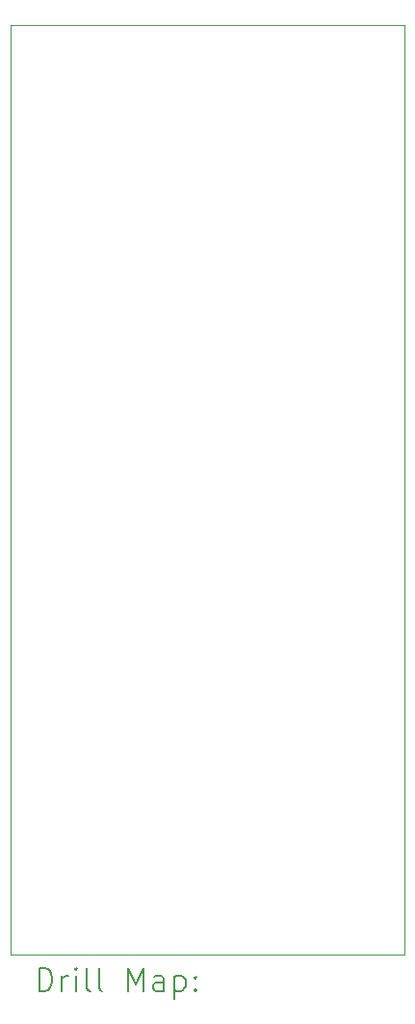
<source format=gbr>
%TF.GenerationSoftware,KiCad,Pcbnew,(6.0.7)*%
%TF.CreationDate,2022-11-29T19:50:35-05:00*%
%TF.ProjectId,DIP 68 1.778mm adaptor,44495020-3638-4203-912e-3737386d6d20,rev?*%
%TF.SameCoordinates,Original*%
%TF.FileFunction,Drillmap*%
%TF.FilePolarity,Positive*%
%FSLAX45Y45*%
G04 Gerber Fmt 4.5, Leading zero omitted, Abs format (unit mm)*
G04 Created by KiCad (PCBNEW (6.0.7)) date 2022-11-29 19:50:35*
%MOMM*%
%LPD*%
G01*
G04 APERTURE LIST*
%ADD10C,0.100000*%
%ADD11C,0.200000*%
G04 APERTURE END LIST*
D10*
X11029950Y-4425950D02*
X14497050Y-4425950D01*
X11029950Y-12592050D02*
X11029950Y-4425950D01*
X14497050Y-4425950D02*
X14497050Y-12592050D01*
X14497050Y-12592050D02*
X11029950Y-12592050D01*
D11*
X11282569Y-12907526D02*
X11282569Y-12707526D01*
X11330188Y-12707526D01*
X11358759Y-12717050D01*
X11377807Y-12736098D01*
X11387331Y-12755145D01*
X11396855Y-12793240D01*
X11396855Y-12821812D01*
X11387331Y-12859907D01*
X11377807Y-12878955D01*
X11358759Y-12898002D01*
X11330188Y-12907526D01*
X11282569Y-12907526D01*
X11482569Y-12907526D02*
X11482569Y-12774193D01*
X11482569Y-12812288D02*
X11492093Y-12793240D01*
X11501617Y-12783717D01*
X11520664Y-12774193D01*
X11539712Y-12774193D01*
X11606378Y-12907526D02*
X11606378Y-12774193D01*
X11606378Y-12707526D02*
X11596855Y-12717050D01*
X11606378Y-12726574D01*
X11615902Y-12717050D01*
X11606378Y-12707526D01*
X11606378Y-12726574D01*
X11730188Y-12907526D02*
X11711140Y-12898002D01*
X11701617Y-12878955D01*
X11701617Y-12707526D01*
X11834950Y-12907526D02*
X11815902Y-12898002D01*
X11806378Y-12878955D01*
X11806378Y-12707526D01*
X12063521Y-12907526D02*
X12063521Y-12707526D01*
X12130188Y-12850383D01*
X12196855Y-12707526D01*
X12196855Y-12907526D01*
X12377807Y-12907526D02*
X12377807Y-12802764D01*
X12368283Y-12783717D01*
X12349236Y-12774193D01*
X12311140Y-12774193D01*
X12292093Y-12783717D01*
X12377807Y-12898002D02*
X12358759Y-12907526D01*
X12311140Y-12907526D01*
X12292093Y-12898002D01*
X12282569Y-12878955D01*
X12282569Y-12859907D01*
X12292093Y-12840859D01*
X12311140Y-12831336D01*
X12358759Y-12831336D01*
X12377807Y-12821812D01*
X12473045Y-12774193D02*
X12473045Y-12974193D01*
X12473045Y-12783717D02*
X12492093Y-12774193D01*
X12530188Y-12774193D01*
X12549236Y-12783717D01*
X12558759Y-12793240D01*
X12568283Y-12812288D01*
X12568283Y-12869431D01*
X12558759Y-12888478D01*
X12549236Y-12898002D01*
X12530188Y-12907526D01*
X12492093Y-12907526D01*
X12473045Y-12898002D01*
X12653998Y-12888478D02*
X12663521Y-12898002D01*
X12653998Y-12907526D01*
X12644474Y-12898002D01*
X12653998Y-12888478D01*
X12653998Y-12907526D01*
X12653998Y-12783717D02*
X12663521Y-12793240D01*
X12653998Y-12802764D01*
X12644474Y-12793240D01*
X12653998Y-12783717D01*
X12653998Y-12802764D01*
M02*

</source>
